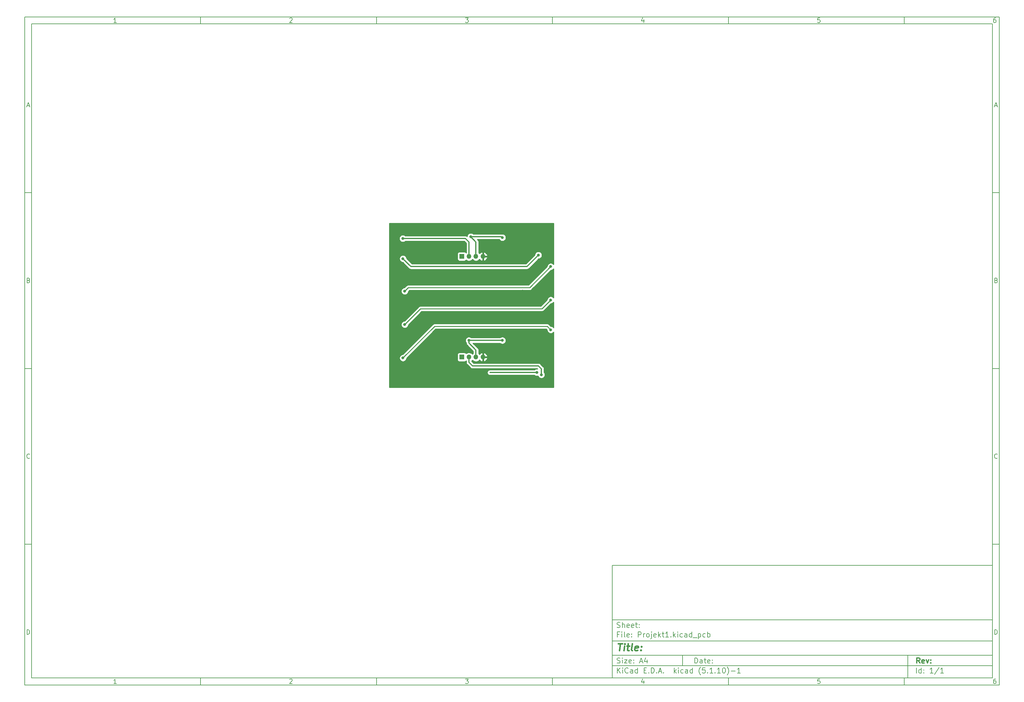
<source format=gbr>
%TF.GenerationSoftware,KiCad,Pcbnew,(5.1.10)-1*%
%TF.CreationDate,2021-11-12T10:13:00+01:00*%
%TF.ProjectId,Projekt1,50726f6a-656b-4743-912e-6b696361645f,rev?*%
%TF.SameCoordinates,Original*%
%TF.FileFunction,Copper,L2,Bot*%
%TF.FilePolarity,Positive*%
%FSLAX46Y46*%
G04 Gerber Fmt 4.6, Leading zero omitted, Abs format (unit mm)*
G04 Created by KiCad (PCBNEW (5.1.10)-1) date 2021-11-12 10:13:00*
%MOMM*%
%LPD*%
G01*
G04 APERTURE LIST*
%ADD10C,0.100000*%
%ADD11C,0.150000*%
%ADD12C,0.300000*%
%ADD13C,0.400000*%
%TA.AperFunction,ComponentPad*%
%ADD14O,1.350000X1.350000*%
%TD*%
%TA.AperFunction,ComponentPad*%
%ADD15R,1.350000X1.350000*%
%TD*%
%TA.AperFunction,ViaPad*%
%ADD16C,0.800000*%
%TD*%
%TA.AperFunction,Conductor*%
%ADD17C,0.300000*%
%TD*%
%TA.AperFunction,Conductor*%
%ADD18C,0.250000*%
%TD*%
%TA.AperFunction,Conductor*%
%ADD19C,0.254000*%
%TD*%
%TA.AperFunction,Conductor*%
%ADD20C,0.100000*%
%TD*%
G04 APERTURE END LIST*
D10*
D11*
X177002200Y-166007200D02*
X177002200Y-198007200D01*
X285002200Y-198007200D01*
X285002200Y-166007200D01*
X177002200Y-166007200D01*
D10*
D11*
X10000000Y-10000000D02*
X10000000Y-200007200D01*
X287002200Y-200007200D01*
X287002200Y-10000000D01*
X10000000Y-10000000D01*
D10*
D11*
X12000000Y-12000000D02*
X12000000Y-198007200D01*
X285002200Y-198007200D01*
X285002200Y-12000000D01*
X12000000Y-12000000D01*
D10*
D11*
X60000000Y-12000000D02*
X60000000Y-10000000D01*
D10*
D11*
X110000000Y-12000000D02*
X110000000Y-10000000D01*
D10*
D11*
X160000000Y-12000000D02*
X160000000Y-10000000D01*
D10*
D11*
X210000000Y-12000000D02*
X210000000Y-10000000D01*
D10*
D11*
X260000000Y-12000000D02*
X260000000Y-10000000D01*
D10*
D11*
X36065476Y-11588095D02*
X35322619Y-11588095D01*
X35694047Y-11588095D02*
X35694047Y-10288095D01*
X35570238Y-10473809D01*
X35446428Y-10597619D01*
X35322619Y-10659523D01*
D10*
D11*
X85322619Y-10411904D02*
X85384523Y-10350000D01*
X85508333Y-10288095D01*
X85817857Y-10288095D01*
X85941666Y-10350000D01*
X86003571Y-10411904D01*
X86065476Y-10535714D01*
X86065476Y-10659523D01*
X86003571Y-10845238D01*
X85260714Y-11588095D01*
X86065476Y-11588095D01*
D10*
D11*
X135260714Y-10288095D02*
X136065476Y-10288095D01*
X135632142Y-10783333D01*
X135817857Y-10783333D01*
X135941666Y-10845238D01*
X136003571Y-10907142D01*
X136065476Y-11030952D01*
X136065476Y-11340476D01*
X136003571Y-11464285D01*
X135941666Y-11526190D01*
X135817857Y-11588095D01*
X135446428Y-11588095D01*
X135322619Y-11526190D01*
X135260714Y-11464285D01*
D10*
D11*
X185941666Y-10721428D02*
X185941666Y-11588095D01*
X185632142Y-10226190D02*
X185322619Y-11154761D01*
X186127380Y-11154761D01*
D10*
D11*
X236003571Y-10288095D02*
X235384523Y-10288095D01*
X235322619Y-10907142D01*
X235384523Y-10845238D01*
X235508333Y-10783333D01*
X235817857Y-10783333D01*
X235941666Y-10845238D01*
X236003571Y-10907142D01*
X236065476Y-11030952D01*
X236065476Y-11340476D01*
X236003571Y-11464285D01*
X235941666Y-11526190D01*
X235817857Y-11588095D01*
X235508333Y-11588095D01*
X235384523Y-11526190D01*
X235322619Y-11464285D01*
D10*
D11*
X285941666Y-10288095D02*
X285694047Y-10288095D01*
X285570238Y-10350000D01*
X285508333Y-10411904D01*
X285384523Y-10597619D01*
X285322619Y-10845238D01*
X285322619Y-11340476D01*
X285384523Y-11464285D01*
X285446428Y-11526190D01*
X285570238Y-11588095D01*
X285817857Y-11588095D01*
X285941666Y-11526190D01*
X286003571Y-11464285D01*
X286065476Y-11340476D01*
X286065476Y-11030952D01*
X286003571Y-10907142D01*
X285941666Y-10845238D01*
X285817857Y-10783333D01*
X285570238Y-10783333D01*
X285446428Y-10845238D01*
X285384523Y-10907142D01*
X285322619Y-11030952D01*
D10*
D11*
X60000000Y-198007200D02*
X60000000Y-200007200D01*
D10*
D11*
X110000000Y-198007200D02*
X110000000Y-200007200D01*
D10*
D11*
X160000000Y-198007200D02*
X160000000Y-200007200D01*
D10*
D11*
X210000000Y-198007200D02*
X210000000Y-200007200D01*
D10*
D11*
X260000000Y-198007200D02*
X260000000Y-200007200D01*
D10*
D11*
X36065476Y-199595295D02*
X35322619Y-199595295D01*
X35694047Y-199595295D02*
X35694047Y-198295295D01*
X35570238Y-198481009D01*
X35446428Y-198604819D01*
X35322619Y-198666723D01*
D10*
D11*
X85322619Y-198419104D02*
X85384523Y-198357200D01*
X85508333Y-198295295D01*
X85817857Y-198295295D01*
X85941666Y-198357200D01*
X86003571Y-198419104D01*
X86065476Y-198542914D01*
X86065476Y-198666723D01*
X86003571Y-198852438D01*
X85260714Y-199595295D01*
X86065476Y-199595295D01*
D10*
D11*
X135260714Y-198295295D02*
X136065476Y-198295295D01*
X135632142Y-198790533D01*
X135817857Y-198790533D01*
X135941666Y-198852438D01*
X136003571Y-198914342D01*
X136065476Y-199038152D01*
X136065476Y-199347676D01*
X136003571Y-199471485D01*
X135941666Y-199533390D01*
X135817857Y-199595295D01*
X135446428Y-199595295D01*
X135322619Y-199533390D01*
X135260714Y-199471485D01*
D10*
D11*
X185941666Y-198728628D02*
X185941666Y-199595295D01*
X185632142Y-198233390D02*
X185322619Y-199161961D01*
X186127380Y-199161961D01*
D10*
D11*
X236003571Y-198295295D02*
X235384523Y-198295295D01*
X235322619Y-198914342D01*
X235384523Y-198852438D01*
X235508333Y-198790533D01*
X235817857Y-198790533D01*
X235941666Y-198852438D01*
X236003571Y-198914342D01*
X236065476Y-199038152D01*
X236065476Y-199347676D01*
X236003571Y-199471485D01*
X235941666Y-199533390D01*
X235817857Y-199595295D01*
X235508333Y-199595295D01*
X235384523Y-199533390D01*
X235322619Y-199471485D01*
D10*
D11*
X285941666Y-198295295D02*
X285694047Y-198295295D01*
X285570238Y-198357200D01*
X285508333Y-198419104D01*
X285384523Y-198604819D01*
X285322619Y-198852438D01*
X285322619Y-199347676D01*
X285384523Y-199471485D01*
X285446428Y-199533390D01*
X285570238Y-199595295D01*
X285817857Y-199595295D01*
X285941666Y-199533390D01*
X286003571Y-199471485D01*
X286065476Y-199347676D01*
X286065476Y-199038152D01*
X286003571Y-198914342D01*
X285941666Y-198852438D01*
X285817857Y-198790533D01*
X285570238Y-198790533D01*
X285446428Y-198852438D01*
X285384523Y-198914342D01*
X285322619Y-199038152D01*
D10*
D11*
X10000000Y-60000000D02*
X12000000Y-60000000D01*
D10*
D11*
X10000000Y-110000000D02*
X12000000Y-110000000D01*
D10*
D11*
X10000000Y-160000000D02*
X12000000Y-160000000D01*
D10*
D11*
X10690476Y-35216666D02*
X11309523Y-35216666D01*
X10566666Y-35588095D02*
X11000000Y-34288095D01*
X11433333Y-35588095D01*
D10*
D11*
X11092857Y-84907142D02*
X11278571Y-84969047D01*
X11340476Y-85030952D01*
X11402380Y-85154761D01*
X11402380Y-85340476D01*
X11340476Y-85464285D01*
X11278571Y-85526190D01*
X11154761Y-85588095D01*
X10659523Y-85588095D01*
X10659523Y-84288095D01*
X11092857Y-84288095D01*
X11216666Y-84350000D01*
X11278571Y-84411904D01*
X11340476Y-84535714D01*
X11340476Y-84659523D01*
X11278571Y-84783333D01*
X11216666Y-84845238D01*
X11092857Y-84907142D01*
X10659523Y-84907142D01*
D10*
D11*
X11402380Y-135464285D02*
X11340476Y-135526190D01*
X11154761Y-135588095D01*
X11030952Y-135588095D01*
X10845238Y-135526190D01*
X10721428Y-135402380D01*
X10659523Y-135278571D01*
X10597619Y-135030952D01*
X10597619Y-134845238D01*
X10659523Y-134597619D01*
X10721428Y-134473809D01*
X10845238Y-134350000D01*
X11030952Y-134288095D01*
X11154761Y-134288095D01*
X11340476Y-134350000D01*
X11402380Y-134411904D01*
D10*
D11*
X10659523Y-185588095D02*
X10659523Y-184288095D01*
X10969047Y-184288095D01*
X11154761Y-184350000D01*
X11278571Y-184473809D01*
X11340476Y-184597619D01*
X11402380Y-184845238D01*
X11402380Y-185030952D01*
X11340476Y-185278571D01*
X11278571Y-185402380D01*
X11154761Y-185526190D01*
X10969047Y-185588095D01*
X10659523Y-185588095D01*
D10*
D11*
X287002200Y-60000000D02*
X285002200Y-60000000D01*
D10*
D11*
X287002200Y-110000000D02*
X285002200Y-110000000D01*
D10*
D11*
X287002200Y-160000000D02*
X285002200Y-160000000D01*
D10*
D11*
X285692676Y-35216666D02*
X286311723Y-35216666D01*
X285568866Y-35588095D02*
X286002200Y-34288095D01*
X286435533Y-35588095D01*
D10*
D11*
X286095057Y-84907142D02*
X286280771Y-84969047D01*
X286342676Y-85030952D01*
X286404580Y-85154761D01*
X286404580Y-85340476D01*
X286342676Y-85464285D01*
X286280771Y-85526190D01*
X286156961Y-85588095D01*
X285661723Y-85588095D01*
X285661723Y-84288095D01*
X286095057Y-84288095D01*
X286218866Y-84350000D01*
X286280771Y-84411904D01*
X286342676Y-84535714D01*
X286342676Y-84659523D01*
X286280771Y-84783333D01*
X286218866Y-84845238D01*
X286095057Y-84907142D01*
X285661723Y-84907142D01*
D10*
D11*
X286404580Y-135464285D02*
X286342676Y-135526190D01*
X286156961Y-135588095D01*
X286033152Y-135588095D01*
X285847438Y-135526190D01*
X285723628Y-135402380D01*
X285661723Y-135278571D01*
X285599819Y-135030952D01*
X285599819Y-134845238D01*
X285661723Y-134597619D01*
X285723628Y-134473809D01*
X285847438Y-134350000D01*
X286033152Y-134288095D01*
X286156961Y-134288095D01*
X286342676Y-134350000D01*
X286404580Y-134411904D01*
D10*
D11*
X285661723Y-185588095D02*
X285661723Y-184288095D01*
X285971247Y-184288095D01*
X286156961Y-184350000D01*
X286280771Y-184473809D01*
X286342676Y-184597619D01*
X286404580Y-184845238D01*
X286404580Y-185030952D01*
X286342676Y-185278571D01*
X286280771Y-185402380D01*
X286156961Y-185526190D01*
X285971247Y-185588095D01*
X285661723Y-185588095D01*
D10*
D11*
X200434342Y-193785771D02*
X200434342Y-192285771D01*
X200791485Y-192285771D01*
X201005771Y-192357200D01*
X201148628Y-192500057D01*
X201220057Y-192642914D01*
X201291485Y-192928628D01*
X201291485Y-193142914D01*
X201220057Y-193428628D01*
X201148628Y-193571485D01*
X201005771Y-193714342D01*
X200791485Y-193785771D01*
X200434342Y-193785771D01*
X202577200Y-193785771D02*
X202577200Y-193000057D01*
X202505771Y-192857200D01*
X202362914Y-192785771D01*
X202077200Y-192785771D01*
X201934342Y-192857200D01*
X202577200Y-193714342D02*
X202434342Y-193785771D01*
X202077200Y-193785771D01*
X201934342Y-193714342D01*
X201862914Y-193571485D01*
X201862914Y-193428628D01*
X201934342Y-193285771D01*
X202077200Y-193214342D01*
X202434342Y-193214342D01*
X202577200Y-193142914D01*
X203077200Y-192785771D02*
X203648628Y-192785771D01*
X203291485Y-192285771D02*
X203291485Y-193571485D01*
X203362914Y-193714342D01*
X203505771Y-193785771D01*
X203648628Y-193785771D01*
X204720057Y-193714342D02*
X204577200Y-193785771D01*
X204291485Y-193785771D01*
X204148628Y-193714342D01*
X204077200Y-193571485D01*
X204077200Y-193000057D01*
X204148628Y-192857200D01*
X204291485Y-192785771D01*
X204577200Y-192785771D01*
X204720057Y-192857200D01*
X204791485Y-193000057D01*
X204791485Y-193142914D01*
X204077200Y-193285771D01*
X205434342Y-193642914D02*
X205505771Y-193714342D01*
X205434342Y-193785771D01*
X205362914Y-193714342D01*
X205434342Y-193642914D01*
X205434342Y-193785771D01*
X205434342Y-192857200D02*
X205505771Y-192928628D01*
X205434342Y-193000057D01*
X205362914Y-192928628D01*
X205434342Y-192857200D01*
X205434342Y-193000057D01*
D10*
D11*
X177002200Y-194507200D02*
X285002200Y-194507200D01*
D10*
D11*
X178434342Y-196585771D02*
X178434342Y-195085771D01*
X179291485Y-196585771D02*
X178648628Y-195728628D01*
X179291485Y-195085771D02*
X178434342Y-195942914D01*
X179934342Y-196585771D02*
X179934342Y-195585771D01*
X179934342Y-195085771D02*
X179862914Y-195157200D01*
X179934342Y-195228628D01*
X180005771Y-195157200D01*
X179934342Y-195085771D01*
X179934342Y-195228628D01*
X181505771Y-196442914D02*
X181434342Y-196514342D01*
X181220057Y-196585771D01*
X181077200Y-196585771D01*
X180862914Y-196514342D01*
X180720057Y-196371485D01*
X180648628Y-196228628D01*
X180577200Y-195942914D01*
X180577200Y-195728628D01*
X180648628Y-195442914D01*
X180720057Y-195300057D01*
X180862914Y-195157200D01*
X181077200Y-195085771D01*
X181220057Y-195085771D01*
X181434342Y-195157200D01*
X181505771Y-195228628D01*
X182791485Y-196585771D02*
X182791485Y-195800057D01*
X182720057Y-195657200D01*
X182577200Y-195585771D01*
X182291485Y-195585771D01*
X182148628Y-195657200D01*
X182791485Y-196514342D02*
X182648628Y-196585771D01*
X182291485Y-196585771D01*
X182148628Y-196514342D01*
X182077200Y-196371485D01*
X182077200Y-196228628D01*
X182148628Y-196085771D01*
X182291485Y-196014342D01*
X182648628Y-196014342D01*
X182791485Y-195942914D01*
X184148628Y-196585771D02*
X184148628Y-195085771D01*
X184148628Y-196514342D02*
X184005771Y-196585771D01*
X183720057Y-196585771D01*
X183577200Y-196514342D01*
X183505771Y-196442914D01*
X183434342Y-196300057D01*
X183434342Y-195871485D01*
X183505771Y-195728628D01*
X183577200Y-195657200D01*
X183720057Y-195585771D01*
X184005771Y-195585771D01*
X184148628Y-195657200D01*
X186005771Y-195800057D02*
X186505771Y-195800057D01*
X186720057Y-196585771D02*
X186005771Y-196585771D01*
X186005771Y-195085771D01*
X186720057Y-195085771D01*
X187362914Y-196442914D02*
X187434342Y-196514342D01*
X187362914Y-196585771D01*
X187291485Y-196514342D01*
X187362914Y-196442914D01*
X187362914Y-196585771D01*
X188077200Y-196585771D02*
X188077200Y-195085771D01*
X188434342Y-195085771D01*
X188648628Y-195157200D01*
X188791485Y-195300057D01*
X188862914Y-195442914D01*
X188934342Y-195728628D01*
X188934342Y-195942914D01*
X188862914Y-196228628D01*
X188791485Y-196371485D01*
X188648628Y-196514342D01*
X188434342Y-196585771D01*
X188077200Y-196585771D01*
X189577200Y-196442914D02*
X189648628Y-196514342D01*
X189577200Y-196585771D01*
X189505771Y-196514342D01*
X189577200Y-196442914D01*
X189577200Y-196585771D01*
X190220057Y-196157200D02*
X190934342Y-196157200D01*
X190077200Y-196585771D02*
X190577200Y-195085771D01*
X191077200Y-196585771D01*
X191577200Y-196442914D02*
X191648628Y-196514342D01*
X191577200Y-196585771D01*
X191505771Y-196514342D01*
X191577200Y-196442914D01*
X191577200Y-196585771D01*
X194577200Y-196585771D02*
X194577200Y-195085771D01*
X194720057Y-196014342D02*
X195148628Y-196585771D01*
X195148628Y-195585771D02*
X194577200Y-196157200D01*
X195791485Y-196585771D02*
X195791485Y-195585771D01*
X195791485Y-195085771D02*
X195720057Y-195157200D01*
X195791485Y-195228628D01*
X195862914Y-195157200D01*
X195791485Y-195085771D01*
X195791485Y-195228628D01*
X197148628Y-196514342D02*
X197005771Y-196585771D01*
X196720057Y-196585771D01*
X196577200Y-196514342D01*
X196505771Y-196442914D01*
X196434342Y-196300057D01*
X196434342Y-195871485D01*
X196505771Y-195728628D01*
X196577200Y-195657200D01*
X196720057Y-195585771D01*
X197005771Y-195585771D01*
X197148628Y-195657200D01*
X198434342Y-196585771D02*
X198434342Y-195800057D01*
X198362914Y-195657200D01*
X198220057Y-195585771D01*
X197934342Y-195585771D01*
X197791485Y-195657200D01*
X198434342Y-196514342D02*
X198291485Y-196585771D01*
X197934342Y-196585771D01*
X197791485Y-196514342D01*
X197720057Y-196371485D01*
X197720057Y-196228628D01*
X197791485Y-196085771D01*
X197934342Y-196014342D01*
X198291485Y-196014342D01*
X198434342Y-195942914D01*
X199791485Y-196585771D02*
X199791485Y-195085771D01*
X199791485Y-196514342D02*
X199648628Y-196585771D01*
X199362914Y-196585771D01*
X199220057Y-196514342D01*
X199148628Y-196442914D01*
X199077200Y-196300057D01*
X199077200Y-195871485D01*
X199148628Y-195728628D01*
X199220057Y-195657200D01*
X199362914Y-195585771D01*
X199648628Y-195585771D01*
X199791485Y-195657200D01*
X202077200Y-197157200D02*
X202005771Y-197085771D01*
X201862914Y-196871485D01*
X201791485Y-196728628D01*
X201720057Y-196514342D01*
X201648628Y-196157200D01*
X201648628Y-195871485D01*
X201720057Y-195514342D01*
X201791485Y-195300057D01*
X201862914Y-195157200D01*
X202005771Y-194942914D01*
X202077200Y-194871485D01*
X203362914Y-195085771D02*
X202648628Y-195085771D01*
X202577200Y-195800057D01*
X202648628Y-195728628D01*
X202791485Y-195657200D01*
X203148628Y-195657200D01*
X203291485Y-195728628D01*
X203362914Y-195800057D01*
X203434342Y-195942914D01*
X203434342Y-196300057D01*
X203362914Y-196442914D01*
X203291485Y-196514342D01*
X203148628Y-196585771D01*
X202791485Y-196585771D01*
X202648628Y-196514342D01*
X202577200Y-196442914D01*
X204077200Y-196442914D02*
X204148628Y-196514342D01*
X204077200Y-196585771D01*
X204005771Y-196514342D01*
X204077200Y-196442914D01*
X204077200Y-196585771D01*
X205577200Y-196585771D02*
X204720057Y-196585771D01*
X205148628Y-196585771D02*
X205148628Y-195085771D01*
X205005771Y-195300057D01*
X204862914Y-195442914D01*
X204720057Y-195514342D01*
X206220057Y-196442914D02*
X206291485Y-196514342D01*
X206220057Y-196585771D01*
X206148628Y-196514342D01*
X206220057Y-196442914D01*
X206220057Y-196585771D01*
X207720057Y-196585771D02*
X206862914Y-196585771D01*
X207291485Y-196585771D02*
X207291485Y-195085771D01*
X207148628Y-195300057D01*
X207005771Y-195442914D01*
X206862914Y-195514342D01*
X208648628Y-195085771D02*
X208791485Y-195085771D01*
X208934342Y-195157200D01*
X209005771Y-195228628D01*
X209077200Y-195371485D01*
X209148628Y-195657200D01*
X209148628Y-196014342D01*
X209077200Y-196300057D01*
X209005771Y-196442914D01*
X208934342Y-196514342D01*
X208791485Y-196585771D01*
X208648628Y-196585771D01*
X208505771Y-196514342D01*
X208434342Y-196442914D01*
X208362914Y-196300057D01*
X208291485Y-196014342D01*
X208291485Y-195657200D01*
X208362914Y-195371485D01*
X208434342Y-195228628D01*
X208505771Y-195157200D01*
X208648628Y-195085771D01*
X209648628Y-197157200D02*
X209720057Y-197085771D01*
X209862914Y-196871485D01*
X209934342Y-196728628D01*
X210005771Y-196514342D01*
X210077200Y-196157200D01*
X210077200Y-195871485D01*
X210005771Y-195514342D01*
X209934342Y-195300057D01*
X209862914Y-195157200D01*
X209720057Y-194942914D01*
X209648628Y-194871485D01*
X210791485Y-196014342D02*
X211934342Y-196014342D01*
X213434342Y-196585771D02*
X212577200Y-196585771D01*
X213005771Y-196585771D02*
X213005771Y-195085771D01*
X212862914Y-195300057D01*
X212720057Y-195442914D01*
X212577200Y-195514342D01*
D10*
D11*
X177002200Y-191507200D02*
X285002200Y-191507200D01*
D10*
D12*
X264411485Y-193785771D02*
X263911485Y-193071485D01*
X263554342Y-193785771D02*
X263554342Y-192285771D01*
X264125771Y-192285771D01*
X264268628Y-192357200D01*
X264340057Y-192428628D01*
X264411485Y-192571485D01*
X264411485Y-192785771D01*
X264340057Y-192928628D01*
X264268628Y-193000057D01*
X264125771Y-193071485D01*
X263554342Y-193071485D01*
X265625771Y-193714342D02*
X265482914Y-193785771D01*
X265197200Y-193785771D01*
X265054342Y-193714342D01*
X264982914Y-193571485D01*
X264982914Y-193000057D01*
X265054342Y-192857200D01*
X265197200Y-192785771D01*
X265482914Y-192785771D01*
X265625771Y-192857200D01*
X265697200Y-193000057D01*
X265697200Y-193142914D01*
X264982914Y-193285771D01*
X266197200Y-192785771D02*
X266554342Y-193785771D01*
X266911485Y-192785771D01*
X267482914Y-193642914D02*
X267554342Y-193714342D01*
X267482914Y-193785771D01*
X267411485Y-193714342D01*
X267482914Y-193642914D01*
X267482914Y-193785771D01*
X267482914Y-192857200D02*
X267554342Y-192928628D01*
X267482914Y-193000057D01*
X267411485Y-192928628D01*
X267482914Y-192857200D01*
X267482914Y-193000057D01*
D10*
D11*
X178362914Y-193714342D02*
X178577200Y-193785771D01*
X178934342Y-193785771D01*
X179077200Y-193714342D01*
X179148628Y-193642914D01*
X179220057Y-193500057D01*
X179220057Y-193357200D01*
X179148628Y-193214342D01*
X179077200Y-193142914D01*
X178934342Y-193071485D01*
X178648628Y-193000057D01*
X178505771Y-192928628D01*
X178434342Y-192857200D01*
X178362914Y-192714342D01*
X178362914Y-192571485D01*
X178434342Y-192428628D01*
X178505771Y-192357200D01*
X178648628Y-192285771D01*
X179005771Y-192285771D01*
X179220057Y-192357200D01*
X179862914Y-193785771D02*
X179862914Y-192785771D01*
X179862914Y-192285771D02*
X179791485Y-192357200D01*
X179862914Y-192428628D01*
X179934342Y-192357200D01*
X179862914Y-192285771D01*
X179862914Y-192428628D01*
X180434342Y-192785771D02*
X181220057Y-192785771D01*
X180434342Y-193785771D01*
X181220057Y-193785771D01*
X182362914Y-193714342D02*
X182220057Y-193785771D01*
X181934342Y-193785771D01*
X181791485Y-193714342D01*
X181720057Y-193571485D01*
X181720057Y-193000057D01*
X181791485Y-192857200D01*
X181934342Y-192785771D01*
X182220057Y-192785771D01*
X182362914Y-192857200D01*
X182434342Y-193000057D01*
X182434342Y-193142914D01*
X181720057Y-193285771D01*
X183077200Y-193642914D02*
X183148628Y-193714342D01*
X183077200Y-193785771D01*
X183005771Y-193714342D01*
X183077200Y-193642914D01*
X183077200Y-193785771D01*
X183077200Y-192857200D02*
X183148628Y-192928628D01*
X183077200Y-193000057D01*
X183005771Y-192928628D01*
X183077200Y-192857200D01*
X183077200Y-193000057D01*
X184862914Y-193357200D02*
X185577200Y-193357200D01*
X184720057Y-193785771D02*
X185220057Y-192285771D01*
X185720057Y-193785771D01*
X186862914Y-192785771D02*
X186862914Y-193785771D01*
X186505771Y-192214342D02*
X186148628Y-193285771D01*
X187077200Y-193285771D01*
D10*
D11*
X263434342Y-196585771D02*
X263434342Y-195085771D01*
X264791485Y-196585771D02*
X264791485Y-195085771D01*
X264791485Y-196514342D02*
X264648628Y-196585771D01*
X264362914Y-196585771D01*
X264220057Y-196514342D01*
X264148628Y-196442914D01*
X264077200Y-196300057D01*
X264077200Y-195871485D01*
X264148628Y-195728628D01*
X264220057Y-195657200D01*
X264362914Y-195585771D01*
X264648628Y-195585771D01*
X264791485Y-195657200D01*
X265505771Y-196442914D02*
X265577200Y-196514342D01*
X265505771Y-196585771D01*
X265434342Y-196514342D01*
X265505771Y-196442914D01*
X265505771Y-196585771D01*
X265505771Y-195657200D02*
X265577200Y-195728628D01*
X265505771Y-195800057D01*
X265434342Y-195728628D01*
X265505771Y-195657200D01*
X265505771Y-195800057D01*
X268148628Y-196585771D02*
X267291485Y-196585771D01*
X267720057Y-196585771D02*
X267720057Y-195085771D01*
X267577200Y-195300057D01*
X267434342Y-195442914D01*
X267291485Y-195514342D01*
X269862914Y-195014342D02*
X268577200Y-196942914D01*
X271148628Y-196585771D02*
X270291485Y-196585771D01*
X270720057Y-196585771D02*
X270720057Y-195085771D01*
X270577200Y-195300057D01*
X270434342Y-195442914D01*
X270291485Y-195514342D01*
D10*
D11*
X177002200Y-187507200D02*
X285002200Y-187507200D01*
D10*
D13*
X178714580Y-188211961D02*
X179857438Y-188211961D01*
X179036009Y-190211961D02*
X179286009Y-188211961D01*
X180274104Y-190211961D02*
X180440771Y-188878628D01*
X180524104Y-188211961D02*
X180416961Y-188307200D01*
X180500295Y-188402438D01*
X180607438Y-188307200D01*
X180524104Y-188211961D01*
X180500295Y-188402438D01*
X181107438Y-188878628D02*
X181869342Y-188878628D01*
X181476485Y-188211961D02*
X181262200Y-189926247D01*
X181333628Y-190116723D01*
X181512200Y-190211961D01*
X181702676Y-190211961D01*
X182655057Y-190211961D02*
X182476485Y-190116723D01*
X182405057Y-189926247D01*
X182619342Y-188211961D01*
X184190771Y-190116723D02*
X183988390Y-190211961D01*
X183607438Y-190211961D01*
X183428866Y-190116723D01*
X183357438Y-189926247D01*
X183452676Y-189164342D01*
X183571723Y-188973866D01*
X183774104Y-188878628D01*
X184155057Y-188878628D01*
X184333628Y-188973866D01*
X184405057Y-189164342D01*
X184381247Y-189354819D01*
X183405057Y-189545295D01*
X185155057Y-190021485D02*
X185238390Y-190116723D01*
X185131247Y-190211961D01*
X185047914Y-190116723D01*
X185155057Y-190021485D01*
X185131247Y-190211961D01*
X185286009Y-188973866D02*
X185369342Y-189069104D01*
X185262200Y-189164342D01*
X185178866Y-189069104D01*
X185286009Y-188973866D01*
X185262200Y-189164342D01*
D10*
D11*
X178934342Y-185600057D02*
X178434342Y-185600057D01*
X178434342Y-186385771D02*
X178434342Y-184885771D01*
X179148628Y-184885771D01*
X179720057Y-186385771D02*
X179720057Y-185385771D01*
X179720057Y-184885771D02*
X179648628Y-184957200D01*
X179720057Y-185028628D01*
X179791485Y-184957200D01*
X179720057Y-184885771D01*
X179720057Y-185028628D01*
X180648628Y-186385771D02*
X180505771Y-186314342D01*
X180434342Y-186171485D01*
X180434342Y-184885771D01*
X181791485Y-186314342D02*
X181648628Y-186385771D01*
X181362914Y-186385771D01*
X181220057Y-186314342D01*
X181148628Y-186171485D01*
X181148628Y-185600057D01*
X181220057Y-185457200D01*
X181362914Y-185385771D01*
X181648628Y-185385771D01*
X181791485Y-185457200D01*
X181862914Y-185600057D01*
X181862914Y-185742914D01*
X181148628Y-185885771D01*
X182505771Y-186242914D02*
X182577200Y-186314342D01*
X182505771Y-186385771D01*
X182434342Y-186314342D01*
X182505771Y-186242914D01*
X182505771Y-186385771D01*
X182505771Y-185457200D02*
X182577200Y-185528628D01*
X182505771Y-185600057D01*
X182434342Y-185528628D01*
X182505771Y-185457200D01*
X182505771Y-185600057D01*
X184362914Y-186385771D02*
X184362914Y-184885771D01*
X184934342Y-184885771D01*
X185077200Y-184957200D01*
X185148628Y-185028628D01*
X185220057Y-185171485D01*
X185220057Y-185385771D01*
X185148628Y-185528628D01*
X185077200Y-185600057D01*
X184934342Y-185671485D01*
X184362914Y-185671485D01*
X185862914Y-186385771D02*
X185862914Y-185385771D01*
X185862914Y-185671485D02*
X185934342Y-185528628D01*
X186005771Y-185457200D01*
X186148628Y-185385771D01*
X186291485Y-185385771D01*
X187005771Y-186385771D02*
X186862914Y-186314342D01*
X186791485Y-186242914D01*
X186720057Y-186100057D01*
X186720057Y-185671485D01*
X186791485Y-185528628D01*
X186862914Y-185457200D01*
X187005771Y-185385771D01*
X187220057Y-185385771D01*
X187362914Y-185457200D01*
X187434342Y-185528628D01*
X187505771Y-185671485D01*
X187505771Y-186100057D01*
X187434342Y-186242914D01*
X187362914Y-186314342D01*
X187220057Y-186385771D01*
X187005771Y-186385771D01*
X188148628Y-185385771D02*
X188148628Y-186671485D01*
X188077200Y-186814342D01*
X187934342Y-186885771D01*
X187862914Y-186885771D01*
X188148628Y-184885771D02*
X188077200Y-184957200D01*
X188148628Y-185028628D01*
X188220057Y-184957200D01*
X188148628Y-184885771D01*
X188148628Y-185028628D01*
X189434342Y-186314342D02*
X189291485Y-186385771D01*
X189005771Y-186385771D01*
X188862914Y-186314342D01*
X188791485Y-186171485D01*
X188791485Y-185600057D01*
X188862914Y-185457200D01*
X189005771Y-185385771D01*
X189291485Y-185385771D01*
X189434342Y-185457200D01*
X189505771Y-185600057D01*
X189505771Y-185742914D01*
X188791485Y-185885771D01*
X190148628Y-186385771D02*
X190148628Y-184885771D01*
X190291485Y-185814342D02*
X190720057Y-186385771D01*
X190720057Y-185385771D02*
X190148628Y-185957200D01*
X191148628Y-185385771D02*
X191720057Y-185385771D01*
X191362914Y-184885771D02*
X191362914Y-186171485D01*
X191434342Y-186314342D01*
X191577200Y-186385771D01*
X191720057Y-186385771D01*
X193005771Y-186385771D02*
X192148628Y-186385771D01*
X192577200Y-186385771D02*
X192577200Y-184885771D01*
X192434342Y-185100057D01*
X192291485Y-185242914D01*
X192148628Y-185314342D01*
X193648628Y-186242914D02*
X193720057Y-186314342D01*
X193648628Y-186385771D01*
X193577200Y-186314342D01*
X193648628Y-186242914D01*
X193648628Y-186385771D01*
X194362914Y-186385771D02*
X194362914Y-184885771D01*
X194505771Y-185814342D02*
X194934342Y-186385771D01*
X194934342Y-185385771D02*
X194362914Y-185957200D01*
X195577200Y-186385771D02*
X195577200Y-185385771D01*
X195577200Y-184885771D02*
X195505771Y-184957200D01*
X195577200Y-185028628D01*
X195648628Y-184957200D01*
X195577200Y-184885771D01*
X195577200Y-185028628D01*
X196934342Y-186314342D02*
X196791485Y-186385771D01*
X196505771Y-186385771D01*
X196362914Y-186314342D01*
X196291485Y-186242914D01*
X196220057Y-186100057D01*
X196220057Y-185671485D01*
X196291485Y-185528628D01*
X196362914Y-185457200D01*
X196505771Y-185385771D01*
X196791485Y-185385771D01*
X196934342Y-185457200D01*
X198220057Y-186385771D02*
X198220057Y-185600057D01*
X198148628Y-185457200D01*
X198005771Y-185385771D01*
X197720057Y-185385771D01*
X197577200Y-185457200D01*
X198220057Y-186314342D02*
X198077200Y-186385771D01*
X197720057Y-186385771D01*
X197577200Y-186314342D01*
X197505771Y-186171485D01*
X197505771Y-186028628D01*
X197577200Y-185885771D01*
X197720057Y-185814342D01*
X198077200Y-185814342D01*
X198220057Y-185742914D01*
X199577200Y-186385771D02*
X199577200Y-184885771D01*
X199577200Y-186314342D02*
X199434342Y-186385771D01*
X199148628Y-186385771D01*
X199005771Y-186314342D01*
X198934342Y-186242914D01*
X198862914Y-186100057D01*
X198862914Y-185671485D01*
X198934342Y-185528628D01*
X199005771Y-185457200D01*
X199148628Y-185385771D01*
X199434342Y-185385771D01*
X199577200Y-185457200D01*
X199934342Y-186528628D02*
X201077200Y-186528628D01*
X201434342Y-185385771D02*
X201434342Y-186885771D01*
X201434342Y-185457200D02*
X201577200Y-185385771D01*
X201862914Y-185385771D01*
X202005771Y-185457200D01*
X202077200Y-185528628D01*
X202148628Y-185671485D01*
X202148628Y-186100057D01*
X202077200Y-186242914D01*
X202005771Y-186314342D01*
X201862914Y-186385771D01*
X201577200Y-186385771D01*
X201434342Y-186314342D01*
X203434342Y-186314342D02*
X203291485Y-186385771D01*
X203005771Y-186385771D01*
X202862914Y-186314342D01*
X202791485Y-186242914D01*
X202720057Y-186100057D01*
X202720057Y-185671485D01*
X202791485Y-185528628D01*
X202862914Y-185457200D01*
X203005771Y-185385771D01*
X203291485Y-185385771D01*
X203434342Y-185457200D01*
X204077200Y-186385771D02*
X204077200Y-184885771D01*
X204077200Y-185457200D02*
X204220057Y-185385771D01*
X204505771Y-185385771D01*
X204648628Y-185457200D01*
X204720057Y-185528628D01*
X204791485Y-185671485D01*
X204791485Y-186100057D01*
X204720057Y-186242914D01*
X204648628Y-186314342D01*
X204505771Y-186385771D01*
X204220057Y-186385771D01*
X204077200Y-186314342D01*
D10*
D11*
X177002200Y-181507200D02*
X285002200Y-181507200D01*
D10*
D11*
X178362914Y-183614342D02*
X178577200Y-183685771D01*
X178934342Y-183685771D01*
X179077200Y-183614342D01*
X179148628Y-183542914D01*
X179220057Y-183400057D01*
X179220057Y-183257200D01*
X179148628Y-183114342D01*
X179077200Y-183042914D01*
X178934342Y-182971485D01*
X178648628Y-182900057D01*
X178505771Y-182828628D01*
X178434342Y-182757200D01*
X178362914Y-182614342D01*
X178362914Y-182471485D01*
X178434342Y-182328628D01*
X178505771Y-182257200D01*
X178648628Y-182185771D01*
X179005771Y-182185771D01*
X179220057Y-182257200D01*
X179862914Y-183685771D02*
X179862914Y-182185771D01*
X180505771Y-183685771D02*
X180505771Y-182900057D01*
X180434342Y-182757200D01*
X180291485Y-182685771D01*
X180077200Y-182685771D01*
X179934342Y-182757200D01*
X179862914Y-182828628D01*
X181791485Y-183614342D02*
X181648628Y-183685771D01*
X181362914Y-183685771D01*
X181220057Y-183614342D01*
X181148628Y-183471485D01*
X181148628Y-182900057D01*
X181220057Y-182757200D01*
X181362914Y-182685771D01*
X181648628Y-182685771D01*
X181791485Y-182757200D01*
X181862914Y-182900057D01*
X181862914Y-183042914D01*
X181148628Y-183185771D01*
X183077200Y-183614342D02*
X182934342Y-183685771D01*
X182648628Y-183685771D01*
X182505771Y-183614342D01*
X182434342Y-183471485D01*
X182434342Y-182900057D01*
X182505771Y-182757200D01*
X182648628Y-182685771D01*
X182934342Y-182685771D01*
X183077200Y-182757200D01*
X183148628Y-182900057D01*
X183148628Y-183042914D01*
X182434342Y-183185771D01*
X183577200Y-182685771D02*
X184148628Y-182685771D01*
X183791485Y-182185771D02*
X183791485Y-183471485D01*
X183862914Y-183614342D01*
X184005771Y-183685771D01*
X184148628Y-183685771D01*
X184648628Y-183542914D02*
X184720057Y-183614342D01*
X184648628Y-183685771D01*
X184577200Y-183614342D01*
X184648628Y-183542914D01*
X184648628Y-183685771D01*
X184648628Y-182757200D02*
X184720057Y-182828628D01*
X184648628Y-182900057D01*
X184577200Y-182828628D01*
X184648628Y-182757200D01*
X184648628Y-182900057D01*
D10*
D11*
X197002200Y-191507200D02*
X197002200Y-194507200D01*
D10*
D11*
X261002200Y-191507200D02*
X261002200Y-198007200D01*
D14*
%TO.P,J2,4*%
%TO.N,GND*%
X140250000Y-106750000D03*
%TO.P,J2,3*%
%TO.N,+5V*%
X138250000Y-106750000D03*
%TO.P,J2,2*%
%TO.N,Net-(D25-Pad2)*%
X136250000Y-106750000D03*
D15*
%TO.P,J2,1*%
%TO.N,N/C*%
X134250000Y-106750000D03*
%TD*%
D14*
%TO.P,J1,4*%
%TO.N,GND*%
X140250000Y-78105000D03*
%TO.P,J1,3*%
%TO.N,+5V*%
X138250000Y-78105000D03*
%TO.P,J1,2*%
%TO.N,DATA_LED*%
X136250000Y-78105000D03*
D15*
%TO.P,J1,1*%
%TO.N,N/C*%
X134250000Y-78105000D03*
%TD*%
D16*
%TO.N,GND*%
X122500000Y-97500000D03*
X151500000Y-88000000D03*
X151500000Y-106500000D03*
X130500000Y-78250000D03*
X142250000Y-96750000D03*
X131250000Y-106750000D03*
X151500000Y-78250000D03*
X133000000Y-111250000D03*
X123000000Y-88500000D03*
X123000000Y-78250000D03*
X123000000Y-107000000D03*
X151500000Y-96500000D03*
X132750000Y-96750000D03*
X132750000Y-88250000D03*
X142000000Y-88250000D03*
X144000000Y-106750000D03*
%TO.N,+5V*%
X155575000Y-111125000D03*
X136750000Y-72500000D03*
X145750000Y-72750000D03*
X136250000Y-102000000D03*
X145750000Y-102000000D03*
%TO.N,DATA_LED*%
X117475000Y-73025000D03*
%TO.N,Net-(D5-Pad2)*%
X156000000Y-77750000D03*
X117500000Y-78750000D03*
%TO.N,Net-(D10-Pad2)*%
X159500000Y-81000000D03*
X118000000Y-88000000D03*
%TO.N,Net-(D15-Pad2)*%
X159500000Y-90500000D03*
X118000000Y-97500000D03*
%TO.N,Net-(D20-Pad2)*%
X159500000Y-99000000D03*
X117500000Y-107000000D03*
%TO.N,Net-(D25-Pad2)*%
X156845000Y-111760000D03*
%TD*%
D17*
%TO.N,+5V*%
X145500000Y-72500000D02*
X145750000Y-72750000D01*
X136750000Y-72500000D02*
X145500000Y-72500000D01*
X136250000Y-102000000D02*
X145750000Y-102000000D01*
X142240000Y-111125000D02*
X155575000Y-111125000D01*
X138250000Y-74000000D02*
X136750000Y-72500000D01*
X138250000Y-78105000D02*
X138250000Y-74000000D01*
X136250000Y-102000000D02*
X136250000Y-102750000D01*
X138250000Y-104750000D02*
X138250000Y-106750000D01*
X136250000Y-102750000D02*
X138250000Y-104750000D01*
%TO.N,DATA_LED*%
X117475000Y-73025000D02*
X135255000Y-73025000D01*
X136250000Y-74020000D02*
X135255000Y-73025000D01*
X136250000Y-78105000D02*
X136250000Y-74020000D01*
%TO.N,Net-(D5-Pad2)*%
X156000000Y-77750000D02*
X152750000Y-81000000D01*
X119750000Y-81000000D02*
X117500000Y-78750000D01*
X152750000Y-81000000D02*
X119750000Y-81000000D01*
D18*
%TO.N,Net-(D10-Pad2)*%
X159500000Y-81000000D02*
X153500000Y-87000000D01*
X119000000Y-87000000D02*
X118000000Y-88000000D01*
X153500000Y-87000000D02*
X119000000Y-87000000D01*
%TO.N,Net-(D15-Pad2)*%
X159500000Y-90500000D02*
X157000000Y-93000000D01*
X157000000Y-93000000D02*
X122500000Y-93000000D01*
X122500000Y-93000000D02*
X118000000Y-97500000D01*
%TO.N,Net-(D20-Pad2)*%
X159500000Y-99000000D02*
X158500000Y-98000000D01*
X126500000Y-98000000D02*
X117500000Y-107000000D01*
X158500000Y-98000000D02*
X126500000Y-98000000D01*
D17*
%TO.N,Net-(D25-Pad2)*%
X136250000Y-108250000D02*
X136250000Y-106750000D01*
X137250000Y-109250000D02*
X136250000Y-108250000D01*
X156000000Y-109250000D02*
X137250000Y-109250000D01*
X156845000Y-110095000D02*
X156000000Y-109250000D01*
X156845000Y-111760000D02*
X156845000Y-110095000D01*
%TD*%
D19*
%TO.N,GND*%
X160340000Y-80394199D02*
X160303937Y-80340226D01*
X160159774Y-80196063D01*
X159990256Y-80082795D01*
X159801898Y-80004774D01*
X159601939Y-79965000D01*
X159398061Y-79965000D01*
X159198102Y-80004774D01*
X159009744Y-80082795D01*
X158840226Y-80196063D01*
X158696063Y-80340226D01*
X158582795Y-80509744D01*
X158504774Y-80698102D01*
X158465000Y-80898061D01*
X158465000Y-80960197D01*
X153185199Y-86240000D01*
X119037333Y-86240000D01*
X119000000Y-86236323D01*
X118962667Y-86240000D01*
X118851014Y-86250997D01*
X118707753Y-86294454D01*
X118575724Y-86365026D01*
X118459999Y-86459999D01*
X118436201Y-86488997D01*
X117960199Y-86965000D01*
X117898061Y-86965000D01*
X117698102Y-87004774D01*
X117509744Y-87082795D01*
X117340226Y-87196063D01*
X117196063Y-87340226D01*
X117082795Y-87509744D01*
X117004774Y-87698102D01*
X116965000Y-87898061D01*
X116965000Y-88101939D01*
X117004774Y-88301898D01*
X117082795Y-88490256D01*
X117196063Y-88659774D01*
X117340226Y-88803937D01*
X117509744Y-88917205D01*
X117698102Y-88995226D01*
X117898061Y-89035000D01*
X118101939Y-89035000D01*
X118301898Y-88995226D01*
X118490256Y-88917205D01*
X118659774Y-88803937D01*
X118803937Y-88659774D01*
X118917205Y-88490256D01*
X118995226Y-88301898D01*
X119035000Y-88101939D01*
X119035000Y-88039801D01*
X119314802Y-87760000D01*
X153462678Y-87760000D01*
X153500000Y-87763676D01*
X153537322Y-87760000D01*
X153537333Y-87760000D01*
X153648986Y-87749003D01*
X153792247Y-87705546D01*
X153924276Y-87634974D01*
X154040001Y-87540001D01*
X154063804Y-87510997D01*
X159539803Y-82035000D01*
X159601939Y-82035000D01*
X159801898Y-81995226D01*
X159990256Y-81917205D01*
X160159774Y-81803937D01*
X160303937Y-81659774D01*
X160340000Y-81605801D01*
X160340000Y-89894199D01*
X160303937Y-89840226D01*
X160159774Y-89696063D01*
X159990256Y-89582795D01*
X159801898Y-89504774D01*
X159601939Y-89465000D01*
X159398061Y-89465000D01*
X159198102Y-89504774D01*
X159009744Y-89582795D01*
X158840226Y-89696063D01*
X158696063Y-89840226D01*
X158582795Y-90009744D01*
X158504774Y-90198102D01*
X158465000Y-90398061D01*
X158465000Y-90460198D01*
X156685199Y-92240000D01*
X122537322Y-92240000D01*
X122499999Y-92236324D01*
X122462676Y-92240000D01*
X122462667Y-92240000D01*
X122351014Y-92250997D01*
X122207753Y-92294454D01*
X122075723Y-92365026D01*
X121992083Y-92433668D01*
X121959999Y-92459999D01*
X121936201Y-92488997D01*
X117960199Y-96465000D01*
X117898061Y-96465000D01*
X117698102Y-96504774D01*
X117509744Y-96582795D01*
X117340226Y-96696063D01*
X117196063Y-96840226D01*
X117082795Y-97009744D01*
X117004774Y-97198102D01*
X116965000Y-97398061D01*
X116965000Y-97601939D01*
X117004774Y-97801898D01*
X117082795Y-97990256D01*
X117196063Y-98159774D01*
X117340226Y-98303937D01*
X117509744Y-98417205D01*
X117698102Y-98495226D01*
X117898061Y-98535000D01*
X118101939Y-98535000D01*
X118301898Y-98495226D01*
X118490256Y-98417205D01*
X118659774Y-98303937D01*
X118803937Y-98159774D01*
X118917205Y-97990256D01*
X118995226Y-97801898D01*
X119035000Y-97601939D01*
X119035000Y-97539801D01*
X122814802Y-93760000D01*
X156962678Y-93760000D01*
X157000000Y-93763676D01*
X157037322Y-93760000D01*
X157037333Y-93760000D01*
X157148986Y-93749003D01*
X157292247Y-93705546D01*
X157424276Y-93634974D01*
X157540001Y-93540001D01*
X157563804Y-93510997D01*
X159539802Y-91535000D01*
X159601939Y-91535000D01*
X159801898Y-91495226D01*
X159990256Y-91417205D01*
X160159774Y-91303937D01*
X160303937Y-91159774D01*
X160340000Y-91105801D01*
X160340001Y-98394199D01*
X160303937Y-98340226D01*
X160159774Y-98196063D01*
X159990256Y-98082795D01*
X159801898Y-98004774D01*
X159601939Y-97965000D01*
X159539802Y-97965000D01*
X159063804Y-97489002D01*
X159040001Y-97459999D01*
X158924276Y-97365026D01*
X158792247Y-97294454D01*
X158648986Y-97250997D01*
X158537333Y-97240000D01*
X158537322Y-97240000D01*
X158500000Y-97236324D01*
X158462678Y-97240000D01*
X126537322Y-97240000D01*
X126499999Y-97236324D01*
X126462676Y-97240000D01*
X126462667Y-97240000D01*
X126351014Y-97250997D01*
X126207753Y-97294454D01*
X126075723Y-97365026D01*
X125992083Y-97433668D01*
X125959999Y-97459999D01*
X125936201Y-97488997D01*
X117460199Y-105965000D01*
X117398061Y-105965000D01*
X117198102Y-106004774D01*
X117009744Y-106082795D01*
X116840226Y-106196063D01*
X116696063Y-106340226D01*
X116582795Y-106509744D01*
X116504774Y-106698102D01*
X116465000Y-106898061D01*
X116465000Y-107101939D01*
X116504774Y-107301898D01*
X116582795Y-107490256D01*
X116696063Y-107659774D01*
X116840226Y-107803937D01*
X117009744Y-107917205D01*
X117198102Y-107995226D01*
X117398061Y-108035000D01*
X117601939Y-108035000D01*
X117801898Y-107995226D01*
X117990256Y-107917205D01*
X118159774Y-107803937D01*
X118303937Y-107659774D01*
X118417205Y-107490256D01*
X118495226Y-107301898D01*
X118535000Y-107101939D01*
X118535000Y-107039801D01*
X119499801Y-106075000D01*
X132936928Y-106075000D01*
X132936928Y-107425000D01*
X132949188Y-107549482D01*
X132985498Y-107669180D01*
X133044463Y-107779494D01*
X133123815Y-107876185D01*
X133220506Y-107955537D01*
X133330820Y-108014502D01*
X133450518Y-108050812D01*
X133575000Y-108063072D01*
X134925000Y-108063072D01*
X135049482Y-108050812D01*
X135169180Y-108014502D01*
X135279494Y-107955537D01*
X135376185Y-107876185D01*
X135447487Y-107789303D01*
X135465000Y-107801004D01*
X135465000Y-108211447D01*
X135461203Y-108250000D01*
X135465000Y-108288553D01*
X135465000Y-108288560D01*
X135476359Y-108403886D01*
X135521246Y-108551859D01*
X135594138Y-108688232D01*
X135692236Y-108807764D01*
X135722190Y-108832347D01*
X136667653Y-109777810D01*
X136692236Y-109807764D01*
X136811767Y-109905862D01*
X136948140Y-109978754D01*
X137096113Y-110023642D01*
X137171026Y-110031020D01*
X137211439Y-110035000D01*
X137211444Y-110035000D01*
X137250000Y-110038797D01*
X137288556Y-110035000D01*
X155674843Y-110035000D01*
X155742979Y-110103136D01*
X155676939Y-110090000D01*
X155473061Y-110090000D01*
X155273102Y-110129774D01*
X155084744Y-110207795D01*
X154915226Y-110321063D01*
X154896289Y-110340000D01*
X142201439Y-110340000D01*
X142086113Y-110351359D01*
X141938140Y-110396246D01*
X141801767Y-110469138D01*
X141682236Y-110567236D01*
X141584138Y-110686767D01*
X141511246Y-110823140D01*
X141466359Y-110971113D01*
X141451202Y-111125000D01*
X141466359Y-111278887D01*
X141511246Y-111426860D01*
X141584138Y-111563233D01*
X141682236Y-111682764D01*
X141801767Y-111780862D01*
X141938140Y-111853754D01*
X142086113Y-111898641D01*
X142201439Y-111910000D01*
X154896289Y-111910000D01*
X154915226Y-111928937D01*
X155084744Y-112042205D01*
X155273102Y-112120226D01*
X155473061Y-112160000D01*
X155676939Y-112160000D01*
X155874160Y-112120771D01*
X155927795Y-112250256D01*
X156041063Y-112419774D01*
X156185226Y-112563937D01*
X156354744Y-112677205D01*
X156543102Y-112755226D01*
X156743061Y-112795000D01*
X156946939Y-112795000D01*
X157146898Y-112755226D01*
X157335256Y-112677205D01*
X157504774Y-112563937D01*
X157648937Y-112419774D01*
X157762205Y-112250256D01*
X157840226Y-112061898D01*
X157880000Y-111861939D01*
X157880000Y-111658061D01*
X157840226Y-111458102D01*
X157762205Y-111269744D01*
X157648937Y-111100226D01*
X157630000Y-111081289D01*
X157630000Y-110133552D01*
X157633797Y-110094999D01*
X157630000Y-110056446D01*
X157630000Y-110056439D01*
X157618641Y-109941113D01*
X157573754Y-109793140D01*
X157500862Y-109656767D01*
X157402764Y-109537236D01*
X157372815Y-109512657D01*
X156582345Y-108722188D01*
X156557764Y-108692236D01*
X156438233Y-108594138D01*
X156301860Y-108521246D01*
X156153887Y-108476359D01*
X156038561Y-108465000D01*
X156038553Y-108465000D01*
X156000000Y-108461203D01*
X155961447Y-108465000D01*
X137575157Y-108465000D01*
X137035000Y-107924843D01*
X137035000Y-107801004D01*
X137085077Y-107767544D01*
X137250000Y-107602621D01*
X137414923Y-107767544D01*
X137629482Y-107910907D01*
X137867887Y-108009658D01*
X138120976Y-108060000D01*
X138379024Y-108060000D01*
X138632113Y-108009658D01*
X138870518Y-107910907D01*
X139085077Y-107767544D01*
X139256681Y-107595940D01*
X139378773Y-107728303D01*
X139586371Y-107879473D01*
X139819472Y-107987238D01*
X139920600Y-108017910D01*
X140123000Y-107894224D01*
X140123000Y-106877000D01*
X140377000Y-106877000D01*
X140377000Y-107894224D01*
X140579400Y-108017910D01*
X140680528Y-107987238D01*
X140913629Y-107879473D01*
X141121227Y-107728303D01*
X141295344Y-107539537D01*
X141429289Y-107320430D01*
X141517915Y-107079401D01*
X141395085Y-106877000D01*
X140377000Y-106877000D01*
X140123000Y-106877000D01*
X140103000Y-106877000D01*
X140103000Y-106623000D01*
X140123000Y-106623000D01*
X140123000Y-105605776D01*
X140377000Y-105605776D01*
X140377000Y-106623000D01*
X141395085Y-106623000D01*
X141517915Y-106420599D01*
X141429289Y-106179570D01*
X141295344Y-105960463D01*
X141121227Y-105771697D01*
X140913629Y-105620527D01*
X140680528Y-105512762D01*
X140579400Y-105482090D01*
X140377000Y-105605776D01*
X140123000Y-105605776D01*
X139920600Y-105482090D01*
X139819472Y-105512762D01*
X139586371Y-105620527D01*
X139378773Y-105771697D01*
X139256681Y-105904060D01*
X139085077Y-105732456D01*
X139035000Y-105698996D01*
X139035000Y-104788552D01*
X139038797Y-104749999D01*
X139035000Y-104711446D01*
X139035000Y-104711439D01*
X139023641Y-104596113D01*
X138978754Y-104448140D01*
X138905862Y-104311767D01*
X138807764Y-104192236D01*
X138777817Y-104167659D01*
X137395157Y-102785000D01*
X145071289Y-102785000D01*
X145090226Y-102803937D01*
X145259744Y-102917205D01*
X145448102Y-102995226D01*
X145648061Y-103035000D01*
X145851939Y-103035000D01*
X146051898Y-102995226D01*
X146240256Y-102917205D01*
X146409774Y-102803937D01*
X146553937Y-102659774D01*
X146667205Y-102490256D01*
X146745226Y-102301898D01*
X146785000Y-102101939D01*
X146785000Y-101898061D01*
X146745226Y-101698102D01*
X146667205Y-101509744D01*
X146553937Y-101340226D01*
X146409774Y-101196063D01*
X146240256Y-101082795D01*
X146051898Y-101004774D01*
X145851939Y-100965000D01*
X145648061Y-100965000D01*
X145448102Y-101004774D01*
X145259744Y-101082795D01*
X145090226Y-101196063D01*
X145071289Y-101215000D01*
X136928711Y-101215000D01*
X136909774Y-101196063D01*
X136740256Y-101082795D01*
X136551898Y-101004774D01*
X136351939Y-100965000D01*
X136148061Y-100965000D01*
X135948102Y-101004774D01*
X135759744Y-101082795D01*
X135590226Y-101196063D01*
X135446063Y-101340226D01*
X135332795Y-101509744D01*
X135254774Y-101698102D01*
X135215000Y-101898061D01*
X135215000Y-102101939D01*
X135254774Y-102301898D01*
X135332795Y-102490256D01*
X135446063Y-102659774D01*
X135465000Y-102678711D01*
X135465000Y-102711447D01*
X135461203Y-102750000D01*
X135465000Y-102788553D01*
X135465000Y-102788561D01*
X135476359Y-102903886D01*
X135521246Y-103051859D01*
X135521247Y-103051860D01*
X135594139Y-103188233D01*
X135634690Y-103237644D01*
X135667655Y-103277812D01*
X135667659Y-103277816D01*
X135692237Y-103307764D01*
X135722185Y-103332342D01*
X137465000Y-105075158D01*
X137465000Y-105698995D01*
X137414923Y-105732456D01*
X137250000Y-105897379D01*
X137085077Y-105732456D01*
X136870518Y-105589093D01*
X136632113Y-105490342D01*
X136379024Y-105440000D01*
X136120976Y-105440000D01*
X135867887Y-105490342D01*
X135629482Y-105589093D01*
X135447487Y-105710697D01*
X135376185Y-105623815D01*
X135279494Y-105544463D01*
X135169180Y-105485498D01*
X135049482Y-105449188D01*
X134925000Y-105436928D01*
X133575000Y-105436928D01*
X133450518Y-105449188D01*
X133330820Y-105485498D01*
X133220506Y-105544463D01*
X133123815Y-105623815D01*
X133044463Y-105720506D01*
X132985498Y-105830820D01*
X132949188Y-105950518D01*
X132936928Y-106075000D01*
X119499801Y-106075000D01*
X126814802Y-98760000D01*
X158185199Y-98760000D01*
X158465000Y-99039802D01*
X158465000Y-99101939D01*
X158504774Y-99301898D01*
X158582795Y-99490256D01*
X158696063Y-99659774D01*
X158840226Y-99803937D01*
X159009744Y-99917205D01*
X159198102Y-99995226D01*
X159398061Y-100035000D01*
X159601939Y-100035000D01*
X159801898Y-99995226D01*
X159990256Y-99917205D01*
X160159774Y-99803937D01*
X160303937Y-99659774D01*
X160340001Y-99605801D01*
X160340001Y-115340000D01*
X113660000Y-115340000D01*
X113660000Y-78648061D01*
X116465000Y-78648061D01*
X116465000Y-78851939D01*
X116504774Y-79051898D01*
X116582795Y-79240256D01*
X116696063Y-79409774D01*
X116840226Y-79553937D01*
X117009744Y-79667205D01*
X117198102Y-79745226D01*
X117398061Y-79785000D01*
X117424843Y-79785000D01*
X119167653Y-81527810D01*
X119192236Y-81557764D01*
X119311767Y-81655862D01*
X119448140Y-81728754D01*
X119596113Y-81773642D01*
X119671026Y-81781020D01*
X119711439Y-81785000D01*
X119711444Y-81785000D01*
X119750000Y-81788797D01*
X119788556Y-81785000D01*
X152711447Y-81785000D01*
X152750000Y-81788797D01*
X152788553Y-81785000D01*
X152788561Y-81785000D01*
X152903887Y-81773641D01*
X153051860Y-81728754D01*
X153188233Y-81655862D01*
X153307764Y-81557764D01*
X153332347Y-81527810D01*
X156075158Y-78785000D01*
X156101939Y-78785000D01*
X156301898Y-78745226D01*
X156490256Y-78667205D01*
X156659774Y-78553937D01*
X156803937Y-78409774D01*
X156917205Y-78240256D01*
X156995226Y-78051898D01*
X157035000Y-77851939D01*
X157035000Y-77648061D01*
X156995226Y-77448102D01*
X156917205Y-77259744D01*
X156803937Y-77090226D01*
X156659774Y-76946063D01*
X156490256Y-76832795D01*
X156301898Y-76754774D01*
X156101939Y-76715000D01*
X155898061Y-76715000D01*
X155698102Y-76754774D01*
X155509744Y-76832795D01*
X155340226Y-76946063D01*
X155196063Y-77090226D01*
X155082795Y-77259744D01*
X155004774Y-77448102D01*
X154965000Y-77648061D01*
X154965000Y-77674842D01*
X152424843Y-80215000D01*
X120075157Y-80215000D01*
X118535000Y-78674843D01*
X118535000Y-78648061D01*
X118495226Y-78448102D01*
X118417205Y-78259744D01*
X118303937Y-78090226D01*
X118159774Y-77946063D01*
X117990256Y-77832795D01*
X117801898Y-77754774D01*
X117601939Y-77715000D01*
X117398061Y-77715000D01*
X117198102Y-77754774D01*
X117009744Y-77832795D01*
X116840226Y-77946063D01*
X116696063Y-78090226D01*
X116582795Y-78259744D01*
X116504774Y-78448102D01*
X116465000Y-78648061D01*
X113660000Y-78648061D01*
X113660000Y-72923061D01*
X116440000Y-72923061D01*
X116440000Y-73126939D01*
X116479774Y-73326898D01*
X116557795Y-73515256D01*
X116671063Y-73684774D01*
X116815226Y-73828937D01*
X116984744Y-73942205D01*
X117173102Y-74020226D01*
X117373061Y-74060000D01*
X117576939Y-74060000D01*
X117776898Y-74020226D01*
X117965256Y-73942205D01*
X118134774Y-73828937D01*
X118153711Y-73810000D01*
X134929843Y-73810000D01*
X135465001Y-74345159D01*
X135465000Y-77053996D01*
X135447487Y-77065697D01*
X135376185Y-76978815D01*
X135279494Y-76899463D01*
X135169180Y-76840498D01*
X135049482Y-76804188D01*
X134925000Y-76791928D01*
X133575000Y-76791928D01*
X133450518Y-76804188D01*
X133330820Y-76840498D01*
X133220506Y-76899463D01*
X133123815Y-76978815D01*
X133044463Y-77075506D01*
X132985498Y-77185820D01*
X132949188Y-77305518D01*
X132936928Y-77430000D01*
X132936928Y-78780000D01*
X132949188Y-78904482D01*
X132985498Y-79024180D01*
X133044463Y-79134494D01*
X133123815Y-79231185D01*
X133220506Y-79310537D01*
X133330820Y-79369502D01*
X133450518Y-79405812D01*
X133575000Y-79418072D01*
X134925000Y-79418072D01*
X135049482Y-79405812D01*
X135169180Y-79369502D01*
X135279494Y-79310537D01*
X135376185Y-79231185D01*
X135447487Y-79144303D01*
X135629482Y-79265907D01*
X135867887Y-79364658D01*
X136120976Y-79415000D01*
X136379024Y-79415000D01*
X136632113Y-79364658D01*
X136870518Y-79265907D01*
X137085077Y-79122544D01*
X137250000Y-78957621D01*
X137414923Y-79122544D01*
X137629482Y-79265907D01*
X137867887Y-79364658D01*
X138120976Y-79415000D01*
X138379024Y-79415000D01*
X138632113Y-79364658D01*
X138870518Y-79265907D01*
X139085077Y-79122544D01*
X139256681Y-78950940D01*
X139378773Y-79083303D01*
X139586371Y-79234473D01*
X139819472Y-79342238D01*
X139920600Y-79372910D01*
X140123000Y-79249224D01*
X140123000Y-78232000D01*
X140377000Y-78232000D01*
X140377000Y-79249224D01*
X140579400Y-79372910D01*
X140680528Y-79342238D01*
X140913629Y-79234473D01*
X141121227Y-79083303D01*
X141295344Y-78894537D01*
X141429289Y-78675430D01*
X141517915Y-78434401D01*
X141395085Y-78232000D01*
X140377000Y-78232000D01*
X140123000Y-78232000D01*
X140103000Y-78232000D01*
X140103000Y-77978000D01*
X140123000Y-77978000D01*
X140123000Y-76960776D01*
X140377000Y-76960776D01*
X140377000Y-77978000D01*
X141395085Y-77978000D01*
X141517915Y-77775599D01*
X141429289Y-77534570D01*
X141295344Y-77315463D01*
X141121227Y-77126697D01*
X140913629Y-76975527D01*
X140680528Y-76867762D01*
X140579400Y-76837090D01*
X140377000Y-76960776D01*
X140123000Y-76960776D01*
X139920600Y-76837090D01*
X139819472Y-76867762D01*
X139586371Y-76975527D01*
X139378773Y-77126697D01*
X139256681Y-77259060D01*
X139085077Y-77087456D01*
X139035000Y-77053996D01*
X139035000Y-74038552D01*
X139038797Y-73999999D01*
X139035000Y-73961446D01*
X139035000Y-73961439D01*
X139023641Y-73846113D01*
X138978754Y-73698140D01*
X138905862Y-73561767D01*
X138856450Y-73501559D01*
X138832345Y-73472187D01*
X138832342Y-73472184D01*
X138807764Y-73442236D01*
X138777816Y-73417658D01*
X138645158Y-73285000D01*
X144862692Y-73285000D01*
X144946063Y-73409774D01*
X145090226Y-73553937D01*
X145259744Y-73667205D01*
X145448102Y-73745226D01*
X145648061Y-73785000D01*
X145851939Y-73785000D01*
X146051898Y-73745226D01*
X146240256Y-73667205D01*
X146409774Y-73553937D01*
X146553937Y-73409774D01*
X146667205Y-73240256D01*
X146745226Y-73051898D01*
X146785000Y-72851939D01*
X146785000Y-72648061D01*
X146745226Y-72448102D01*
X146667205Y-72259744D01*
X146553937Y-72090226D01*
X146409774Y-71946063D01*
X146240256Y-71832795D01*
X146051898Y-71754774D01*
X145851939Y-71715000D01*
X145648061Y-71715000D01*
X145611797Y-71722213D01*
X145538561Y-71715000D01*
X145538553Y-71715000D01*
X145500000Y-71711203D01*
X145461447Y-71715000D01*
X137428711Y-71715000D01*
X137409774Y-71696063D01*
X137240256Y-71582795D01*
X137051898Y-71504774D01*
X136851939Y-71465000D01*
X136648061Y-71465000D01*
X136448102Y-71504774D01*
X136259744Y-71582795D01*
X136090226Y-71696063D01*
X135946063Y-71840226D01*
X135832795Y-72009744D01*
X135754774Y-72198102D01*
X135716891Y-72388554D01*
X135693233Y-72369138D01*
X135556860Y-72296246D01*
X135408887Y-72251359D01*
X135293561Y-72240000D01*
X135293553Y-72240000D01*
X135255000Y-72236203D01*
X135216447Y-72240000D01*
X118153711Y-72240000D01*
X118134774Y-72221063D01*
X117965256Y-72107795D01*
X117776898Y-72029774D01*
X117576939Y-71990000D01*
X117373061Y-71990000D01*
X117173102Y-72029774D01*
X116984744Y-72107795D01*
X116815226Y-72221063D01*
X116671063Y-72365226D01*
X116557795Y-72534744D01*
X116479774Y-72723102D01*
X116440000Y-72923061D01*
X113660000Y-72923061D01*
X113660000Y-68660000D01*
X160340000Y-68660000D01*
X160340000Y-80394199D01*
%TA.AperFunction,Conductor*%
D20*
G36*
X160340000Y-80394199D02*
G01*
X160303937Y-80340226D01*
X160159774Y-80196063D01*
X159990256Y-80082795D01*
X159801898Y-80004774D01*
X159601939Y-79965000D01*
X159398061Y-79965000D01*
X159198102Y-80004774D01*
X159009744Y-80082795D01*
X158840226Y-80196063D01*
X158696063Y-80340226D01*
X158582795Y-80509744D01*
X158504774Y-80698102D01*
X158465000Y-80898061D01*
X158465000Y-80960197D01*
X153185199Y-86240000D01*
X119037333Y-86240000D01*
X119000000Y-86236323D01*
X118962667Y-86240000D01*
X118851014Y-86250997D01*
X118707753Y-86294454D01*
X118575724Y-86365026D01*
X118459999Y-86459999D01*
X118436201Y-86488997D01*
X117960199Y-86965000D01*
X117898061Y-86965000D01*
X117698102Y-87004774D01*
X117509744Y-87082795D01*
X117340226Y-87196063D01*
X117196063Y-87340226D01*
X117082795Y-87509744D01*
X117004774Y-87698102D01*
X116965000Y-87898061D01*
X116965000Y-88101939D01*
X117004774Y-88301898D01*
X117082795Y-88490256D01*
X117196063Y-88659774D01*
X117340226Y-88803937D01*
X117509744Y-88917205D01*
X117698102Y-88995226D01*
X117898061Y-89035000D01*
X118101939Y-89035000D01*
X118301898Y-88995226D01*
X118490256Y-88917205D01*
X118659774Y-88803937D01*
X118803937Y-88659774D01*
X118917205Y-88490256D01*
X118995226Y-88301898D01*
X119035000Y-88101939D01*
X119035000Y-88039801D01*
X119314802Y-87760000D01*
X153462678Y-87760000D01*
X153500000Y-87763676D01*
X153537322Y-87760000D01*
X153537333Y-87760000D01*
X153648986Y-87749003D01*
X153792247Y-87705546D01*
X153924276Y-87634974D01*
X154040001Y-87540001D01*
X154063804Y-87510997D01*
X159539803Y-82035000D01*
X159601939Y-82035000D01*
X159801898Y-81995226D01*
X159990256Y-81917205D01*
X160159774Y-81803937D01*
X160303937Y-81659774D01*
X160340000Y-81605801D01*
X160340000Y-89894199D01*
X160303937Y-89840226D01*
X160159774Y-89696063D01*
X159990256Y-89582795D01*
X159801898Y-89504774D01*
X159601939Y-89465000D01*
X159398061Y-89465000D01*
X159198102Y-89504774D01*
X159009744Y-89582795D01*
X158840226Y-89696063D01*
X158696063Y-89840226D01*
X158582795Y-90009744D01*
X158504774Y-90198102D01*
X158465000Y-90398061D01*
X158465000Y-90460198D01*
X156685199Y-92240000D01*
X122537322Y-92240000D01*
X122499999Y-92236324D01*
X122462676Y-92240000D01*
X122462667Y-92240000D01*
X122351014Y-92250997D01*
X122207753Y-92294454D01*
X122075723Y-92365026D01*
X121992083Y-92433668D01*
X121959999Y-92459999D01*
X121936201Y-92488997D01*
X117960199Y-96465000D01*
X117898061Y-96465000D01*
X117698102Y-96504774D01*
X117509744Y-96582795D01*
X117340226Y-96696063D01*
X117196063Y-96840226D01*
X117082795Y-97009744D01*
X117004774Y-97198102D01*
X116965000Y-97398061D01*
X116965000Y-97601939D01*
X117004774Y-97801898D01*
X117082795Y-97990256D01*
X117196063Y-98159774D01*
X117340226Y-98303937D01*
X117509744Y-98417205D01*
X117698102Y-98495226D01*
X117898061Y-98535000D01*
X118101939Y-98535000D01*
X118301898Y-98495226D01*
X118490256Y-98417205D01*
X118659774Y-98303937D01*
X118803937Y-98159774D01*
X118917205Y-97990256D01*
X118995226Y-97801898D01*
X119035000Y-97601939D01*
X119035000Y-97539801D01*
X122814802Y-93760000D01*
X156962678Y-93760000D01*
X157000000Y-93763676D01*
X157037322Y-93760000D01*
X157037333Y-93760000D01*
X157148986Y-93749003D01*
X157292247Y-93705546D01*
X157424276Y-93634974D01*
X157540001Y-93540001D01*
X157563804Y-93510997D01*
X159539802Y-91535000D01*
X159601939Y-91535000D01*
X159801898Y-91495226D01*
X159990256Y-91417205D01*
X160159774Y-91303937D01*
X160303937Y-91159774D01*
X160340000Y-91105801D01*
X160340001Y-98394199D01*
X160303937Y-98340226D01*
X160159774Y-98196063D01*
X159990256Y-98082795D01*
X159801898Y-98004774D01*
X159601939Y-97965000D01*
X159539802Y-97965000D01*
X159063804Y-97489002D01*
X159040001Y-97459999D01*
X158924276Y-97365026D01*
X158792247Y-97294454D01*
X158648986Y-97250997D01*
X158537333Y-97240000D01*
X158537322Y-97240000D01*
X158500000Y-97236324D01*
X158462678Y-97240000D01*
X126537322Y-97240000D01*
X126499999Y-97236324D01*
X126462676Y-97240000D01*
X126462667Y-97240000D01*
X126351014Y-97250997D01*
X126207753Y-97294454D01*
X126075723Y-97365026D01*
X125992083Y-97433668D01*
X125959999Y-97459999D01*
X125936201Y-97488997D01*
X117460199Y-105965000D01*
X117398061Y-105965000D01*
X117198102Y-106004774D01*
X117009744Y-106082795D01*
X116840226Y-106196063D01*
X116696063Y-106340226D01*
X116582795Y-106509744D01*
X116504774Y-106698102D01*
X116465000Y-106898061D01*
X116465000Y-107101939D01*
X116504774Y-107301898D01*
X116582795Y-107490256D01*
X116696063Y-107659774D01*
X116840226Y-107803937D01*
X117009744Y-107917205D01*
X117198102Y-107995226D01*
X117398061Y-108035000D01*
X117601939Y-108035000D01*
X117801898Y-107995226D01*
X117990256Y-107917205D01*
X118159774Y-107803937D01*
X118303937Y-107659774D01*
X118417205Y-107490256D01*
X118495226Y-107301898D01*
X118535000Y-107101939D01*
X118535000Y-107039801D01*
X119499801Y-106075000D01*
X132936928Y-106075000D01*
X132936928Y-107425000D01*
X132949188Y-107549482D01*
X132985498Y-107669180D01*
X133044463Y-107779494D01*
X133123815Y-107876185D01*
X133220506Y-107955537D01*
X133330820Y-108014502D01*
X133450518Y-108050812D01*
X133575000Y-108063072D01*
X134925000Y-108063072D01*
X135049482Y-108050812D01*
X135169180Y-108014502D01*
X135279494Y-107955537D01*
X135376185Y-107876185D01*
X135447487Y-107789303D01*
X135465000Y-107801004D01*
X135465000Y-108211447D01*
X135461203Y-108250000D01*
X135465000Y-108288553D01*
X135465000Y-108288560D01*
X135476359Y-108403886D01*
X135521246Y-108551859D01*
X135594138Y-108688232D01*
X135692236Y-108807764D01*
X135722190Y-108832347D01*
X136667653Y-109777810D01*
X136692236Y-109807764D01*
X136811767Y-109905862D01*
X136948140Y-109978754D01*
X137096113Y-110023642D01*
X137171026Y-110031020D01*
X137211439Y-110035000D01*
X137211444Y-110035000D01*
X137250000Y-110038797D01*
X137288556Y-110035000D01*
X155674843Y-110035000D01*
X155742979Y-110103136D01*
X155676939Y-110090000D01*
X155473061Y-110090000D01*
X155273102Y-110129774D01*
X155084744Y-110207795D01*
X154915226Y-110321063D01*
X154896289Y-110340000D01*
X142201439Y-110340000D01*
X142086113Y-110351359D01*
X141938140Y-110396246D01*
X141801767Y-110469138D01*
X141682236Y-110567236D01*
X141584138Y-110686767D01*
X141511246Y-110823140D01*
X141466359Y-110971113D01*
X141451202Y-111125000D01*
X141466359Y-111278887D01*
X141511246Y-111426860D01*
X141584138Y-111563233D01*
X141682236Y-111682764D01*
X141801767Y-111780862D01*
X141938140Y-111853754D01*
X142086113Y-111898641D01*
X142201439Y-111910000D01*
X154896289Y-111910000D01*
X154915226Y-111928937D01*
X155084744Y-112042205D01*
X155273102Y-112120226D01*
X155473061Y-112160000D01*
X155676939Y-112160000D01*
X155874160Y-112120771D01*
X155927795Y-112250256D01*
X156041063Y-112419774D01*
X156185226Y-112563937D01*
X156354744Y-112677205D01*
X156543102Y-112755226D01*
X156743061Y-112795000D01*
X156946939Y-112795000D01*
X157146898Y-112755226D01*
X157335256Y-112677205D01*
X157504774Y-112563937D01*
X157648937Y-112419774D01*
X157762205Y-112250256D01*
X157840226Y-112061898D01*
X157880000Y-111861939D01*
X157880000Y-111658061D01*
X157840226Y-111458102D01*
X157762205Y-111269744D01*
X157648937Y-111100226D01*
X157630000Y-111081289D01*
X157630000Y-110133552D01*
X157633797Y-110094999D01*
X157630000Y-110056446D01*
X157630000Y-110056439D01*
X157618641Y-109941113D01*
X157573754Y-109793140D01*
X157500862Y-109656767D01*
X157402764Y-109537236D01*
X157372815Y-109512657D01*
X156582345Y-108722188D01*
X156557764Y-108692236D01*
X156438233Y-108594138D01*
X156301860Y-108521246D01*
X156153887Y-108476359D01*
X156038561Y-108465000D01*
X156038553Y-108465000D01*
X156000000Y-108461203D01*
X155961447Y-108465000D01*
X137575157Y-108465000D01*
X137035000Y-107924843D01*
X137035000Y-107801004D01*
X137085077Y-107767544D01*
X137250000Y-107602621D01*
X137414923Y-107767544D01*
X137629482Y-107910907D01*
X137867887Y-108009658D01*
X138120976Y-108060000D01*
X138379024Y-108060000D01*
X138632113Y-108009658D01*
X138870518Y-107910907D01*
X139085077Y-107767544D01*
X139256681Y-107595940D01*
X139378773Y-107728303D01*
X139586371Y-107879473D01*
X139819472Y-107987238D01*
X139920600Y-108017910D01*
X140123000Y-107894224D01*
X140123000Y-106877000D01*
X140377000Y-106877000D01*
X140377000Y-107894224D01*
X140579400Y-108017910D01*
X140680528Y-107987238D01*
X140913629Y-107879473D01*
X141121227Y-107728303D01*
X141295344Y-107539537D01*
X141429289Y-107320430D01*
X141517915Y-107079401D01*
X141395085Y-106877000D01*
X140377000Y-106877000D01*
X140123000Y-106877000D01*
X140103000Y-106877000D01*
X140103000Y-106623000D01*
X140123000Y-106623000D01*
X140123000Y-105605776D01*
X140377000Y-105605776D01*
X140377000Y-106623000D01*
X141395085Y-106623000D01*
X141517915Y-106420599D01*
X141429289Y-106179570D01*
X141295344Y-105960463D01*
X141121227Y-105771697D01*
X140913629Y-105620527D01*
X140680528Y-105512762D01*
X140579400Y-105482090D01*
X140377000Y-105605776D01*
X140123000Y-105605776D01*
X139920600Y-105482090D01*
X139819472Y-105512762D01*
X139586371Y-105620527D01*
X139378773Y-105771697D01*
X139256681Y-105904060D01*
X139085077Y-105732456D01*
X139035000Y-105698996D01*
X139035000Y-104788552D01*
X139038797Y-104749999D01*
X139035000Y-104711446D01*
X139035000Y-104711439D01*
X139023641Y-104596113D01*
X138978754Y-104448140D01*
X138905862Y-104311767D01*
X138807764Y-104192236D01*
X138777817Y-104167659D01*
X137395157Y-102785000D01*
X145071289Y-102785000D01*
X145090226Y-102803937D01*
X145259744Y-102917205D01*
X145448102Y-102995226D01*
X145648061Y-103035000D01*
X145851939Y-103035000D01*
X146051898Y-102995226D01*
X146240256Y-102917205D01*
X146409774Y-102803937D01*
X146553937Y-102659774D01*
X146667205Y-102490256D01*
X146745226Y-102301898D01*
X146785000Y-102101939D01*
X146785000Y-101898061D01*
X146745226Y-101698102D01*
X146667205Y-101509744D01*
X146553937Y-101340226D01*
X146409774Y-101196063D01*
X146240256Y-101082795D01*
X146051898Y-101004774D01*
X145851939Y-100965000D01*
X145648061Y-100965000D01*
X145448102Y-101004774D01*
X145259744Y-101082795D01*
X145090226Y-101196063D01*
X145071289Y-101215000D01*
X136928711Y-101215000D01*
X136909774Y-101196063D01*
X136740256Y-101082795D01*
X136551898Y-101004774D01*
X136351939Y-100965000D01*
X136148061Y-100965000D01*
X135948102Y-101004774D01*
X135759744Y-101082795D01*
X135590226Y-101196063D01*
X135446063Y-101340226D01*
X135332795Y-101509744D01*
X135254774Y-101698102D01*
X135215000Y-101898061D01*
X135215000Y-102101939D01*
X135254774Y-102301898D01*
X135332795Y-102490256D01*
X135446063Y-102659774D01*
X135465000Y-102678711D01*
X135465000Y-102711447D01*
X135461203Y-102750000D01*
X135465000Y-102788553D01*
X135465000Y-102788561D01*
X135476359Y-102903886D01*
X135521246Y-103051859D01*
X135521247Y-103051860D01*
X135594139Y-103188233D01*
X135634690Y-103237644D01*
X135667655Y-103277812D01*
X135667659Y-103277816D01*
X135692237Y-103307764D01*
X135722185Y-103332342D01*
X137465000Y-105075158D01*
X137465000Y-105698995D01*
X137414923Y-105732456D01*
X137250000Y-105897379D01*
X137085077Y-105732456D01*
X136870518Y-105589093D01*
X136632113Y-105490342D01*
X136379024Y-105440000D01*
X136120976Y-105440000D01*
X135867887Y-105490342D01*
X135629482Y-105589093D01*
X135447487Y-105710697D01*
X135376185Y-105623815D01*
X135279494Y-105544463D01*
X135169180Y-105485498D01*
X135049482Y-105449188D01*
X134925000Y-105436928D01*
X133575000Y-105436928D01*
X133450518Y-105449188D01*
X133330820Y-105485498D01*
X133220506Y-105544463D01*
X133123815Y-105623815D01*
X133044463Y-105720506D01*
X132985498Y-105830820D01*
X132949188Y-105950518D01*
X132936928Y-106075000D01*
X119499801Y-106075000D01*
X126814802Y-98760000D01*
X158185199Y-98760000D01*
X158465000Y-99039802D01*
X158465000Y-99101939D01*
X158504774Y-99301898D01*
X158582795Y-99490256D01*
X158696063Y-99659774D01*
X158840226Y-99803937D01*
X159009744Y-99917205D01*
X159198102Y-99995226D01*
X159398061Y-100035000D01*
X159601939Y-100035000D01*
X159801898Y-99995226D01*
X159990256Y-99917205D01*
X160159774Y-99803937D01*
X160303937Y-99659774D01*
X160340001Y-99605801D01*
X160340001Y-115340000D01*
X113660000Y-115340000D01*
X113660000Y-78648061D01*
X116465000Y-78648061D01*
X116465000Y-78851939D01*
X116504774Y-79051898D01*
X116582795Y-79240256D01*
X116696063Y-79409774D01*
X116840226Y-79553937D01*
X117009744Y-79667205D01*
X117198102Y-79745226D01*
X117398061Y-79785000D01*
X117424843Y-79785000D01*
X119167653Y-81527810D01*
X119192236Y-81557764D01*
X119311767Y-81655862D01*
X119448140Y-81728754D01*
X119596113Y-81773642D01*
X119671026Y-81781020D01*
X119711439Y-81785000D01*
X119711444Y-81785000D01*
X119750000Y-81788797D01*
X119788556Y-81785000D01*
X152711447Y-81785000D01*
X152750000Y-81788797D01*
X152788553Y-81785000D01*
X152788561Y-81785000D01*
X152903887Y-81773641D01*
X153051860Y-81728754D01*
X153188233Y-81655862D01*
X153307764Y-81557764D01*
X153332347Y-81527810D01*
X156075158Y-78785000D01*
X156101939Y-78785000D01*
X156301898Y-78745226D01*
X156490256Y-78667205D01*
X156659774Y-78553937D01*
X156803937Y-78409774D01*
X156917205Y-78240256D01*
X156995226Y-78051898D01*
X157035000Y-77851939D01*
X157035000Y-77648061D01*
X156995226Y-77448102D01*
X156917205Y-77259744D01*
X156803937Y-77090226D01*
X156659774Y-76946063D01*
X156490256Y-76832795D01*
X156301898Y-76754774D01*
X156101939Y-76715000D01*
X155898061Y-76715000D01*
X155698102Y-76754774D01*
X155509744Y-76832795D01*
X155340226Y-76946063D01*
X155196063Y-77090226D01*
X155082795Y-77259744D01*
X155004774Y-77448102D01*
X154965000Y-77648061D01*
X154965000Y-77674842D01*
X152424843Y-80215000D01*
X120075157Y-80215000D01*
X118535000Y-78674843D01*
X118535000Y-78648061D01*
X118495226Y-78448102D01*
X118417205Y-78259744D01*
X118303937Y-78090226D01*
X118159774Y-77946063D01*
X117990256Y-77832795D01*
X117801898Y-77754774D01*
X117601939Y-77715000D01*
X117398061Y-77715000D01*
X117198102Y-77754774D01*
X117009744Y-77832795D01*
X116840226Y-77946063D01*
X116696063Y-78090226D01*
X116582795Y-78259744D01*
X116504774Y-78448102D01*
X116465000Y-78648061D01*
X113660000Y-78648061D01*
X113660000Y-72923061D01*
X116440000Y-72923061D01*
X116440000Y-73126939D01*
X116479774Y-73326898D01*
X116557795Y-73515256D01*
X116671063Y-73684774D01*
X116815226Y-73828937D01*
X116984744Y-73942205D01*
X117173102Y-74020226D01*
X117373061Y-74060000D01*
X117576939Y-74060000D01*
X117776898Y-74020226D01*
X117965256Y-73942205D01*
X118134774Y-73828937D01*
X118153711Y-73810000D01*
X134929843Y-73810000D01*
X135465001Y-74345159D01*
X135465000Y-77053996D01*
X135447487Y-77065697D01*
X135376185Y-76978815D01*
X135279494Y-76899463D01*
X135169180Y-76840498D01*
X135049482Y-76804188D01*
X134925000Y-76791928D01*
X133575000Y-76791928D01*
X133450518Y-76804188D01*
X133330820Y-76840498D01*
X133220506Y-76899463D01*
X133123815Y-76978815D01*
X133044463Y-77075506D01*
X132985498Y-77185820D01*
X132949188Y-77305518D01*
X132936928Y-77430000D01*
X132936928Y-78780000D01*
X132949188Y-78904482D01*
X132985498Y-79024180D01*
X133044463Y-79134494D01*
X133123815Y-79231185D01*
X133220506Y-79310537D01*
X133330820Y-79369502D01*
X133450518Y-79405812D01*
X133575000Y-79418072D01*
X134925000Y-79418072D01*
X135049482Y-79405812D01*
X135169180Y-79369502D01*
X135279494Y-79310537D01*
X135376185Y-79231185D01*
X135447487Y-79144303D01*
X135629482Y-79265907D01*
X135867887Y-79364658D01*
X136120976Y-79415000D01*
X136379024Y-79415000D01*
X136632113Y-79364658D01*
X136870518Y-79265907D01*
X137085077Y-79122544D01*
X137250000Y-78957621D01*
X137414923Y-79122544D01*
X137629482Y-79265907D01*
X137867887Y-79364658D01*
X138120976Y-79415000D01*
X138379024Y-79415000D01*
X138632113Y-79364658D01*
X138870518Y-79265907D01*
X139085077Y-79122544D01*
X139256681Y-78950940D01*
X139378773Y-79083303D01*
X139586371Y-79234473D01*
X139819472Y-79342238D01*
X139920600Y-79372910D01*
X140123000Y-79249224D01*
X140123000Y-78232000D01*
X140377000Y-78232000D01*
X140377000Y-79249224D01*
X140579400Y-79372910D01*
X140680528Y-79342238D01*
X140913629Y-79234473D01*
X141121227Y-79083303D01*
X141295344Y-78894537D01*
X141429289Y-78675430D01*
X141517915Y-78434401D01*
X141395085Y-78232000D01*
X140377000Y-78232000D01*
X140123000Y-78232000D01*
X140103000Y-78232000D01*
X140103000Y-77978000D01*
X140123000Y-77978000D01*
X140123000Y-76960776D01*
X140377000Y-76960776D01*
X140377000Y-77978000D01*
X141395085Y-77978000D01*
X141517915Y-77775599D01*
X141429289Y-77534570D01*
X141295344Y-77315463D01*
X141121227Y-77126697D01*
X140913629Y-76975527D01*
X140680528Y-76867762D01*
X140579400Y-76837090D01*
X140377000Y-76960776D01*
X140123000Y-76960776D01*
X139920600Y-76837090D01*
X139819472Y-76867762D01*
X139586371Y-76975527D01*
X139378773Y-77126697D01*
X139256681Y-77259060D01*
X139085077Y-77087456D01*
X139035000Y-77053996D01*
X139035000Y-74038552D01*
X139038797Y-73999999D01*
X139035000Y-73961446D01*
X139035000Y-73961439D01*
X139023641Y-73846113D01*
X138978754Y-73698140D01*
X138905862Y-73561767D01*
X138856450Y-73501559D01*
X138832345Y-73472187D01*
X138832342Y-73472184D01*
X138807764Y-73442236D01*
X138777816Y-73417658D01*
X138645158Y-73285000D01*
X144862692Y-73285000D01*
X144946063Y-73409774D01*
X145090226Y-73553937D01*
X145259744Y-73667205D01*
X145448102Y-73745226D01*
X145648061Y-73785000D01*
X145851939Y-73785000D01*
X146051898Y-73745226D01*
X146240256Y-73667205D01*
X146409774Y-73553937D01*
X146553937Y-73409774D01*
X146667205Y-73240256D01*
X146745226Y-73051898D01*
X146785000Y-72851939D01*
X146785000Y-72648061D01*
X146745226Y-72448102D01*
X146667205Y-72259744D01*
X146553937Y-72090226D01*
X146409774Y-71946063D01*
X146240256Y-71832795D01*
X146051898Y-71754774D01*
X145851939Y-71715000D01*
X145648061Y-71715000D01*
X145611797Y-71722213D01*
X145538561Y-71715000D01*
X145538553Y-71715000D01*
X145500000Y-71711203D01*
X145461447Y-71715000D01*
X137428711Y-71715000D01*
X137409774Y-71696063D01*
X137240256Y-71582795D01*
X137051898Y-71504774D01*
X136851939Y-71465000D01*
X136648061Y-71465000D01*
X136448102Y-71504774D01*
X136259744Y-71582795D01*
X136090226Y-71696063D01*
X135946063Y-71840226D01*
X135832795Y-72009744D01*
X135754774Y-72198102D01*
X135716891Y-72388554D01*
X135693233Y-72369138D01*
X135556860Y-72296246D01*
X135408887Y-72251359D01*
X135293561Y-72240000D01*
X135293553Y-72240000D01*
X135255000Y-72236203D01*
X135216447Y-72240000D01*
X118153711Y-72240000D01*
X118134774Y-72221063D01*
X117965256Y-72107795D01*
X117776898Y-72029774D01*
X117576939Y-71990000D01*
X117373061Y-71990000D01*
X117173102Y-72029774D01*
X116984744Y-72107795D01*
X116815226Y-72221063D01*
X116671063Y-72365226D01*
X116557795Y-72534744D01*
X116479774Y-72723102D01*
X116440000Y-72923061D01*
X113660000Y-72923061D01*
X113660000Y-68660000D01*
X160340000Y-68660000D01*
X160340000Y-80394199D01*
G37*
%TD.AperFunction*%
%TD*%
M02*

</source>
